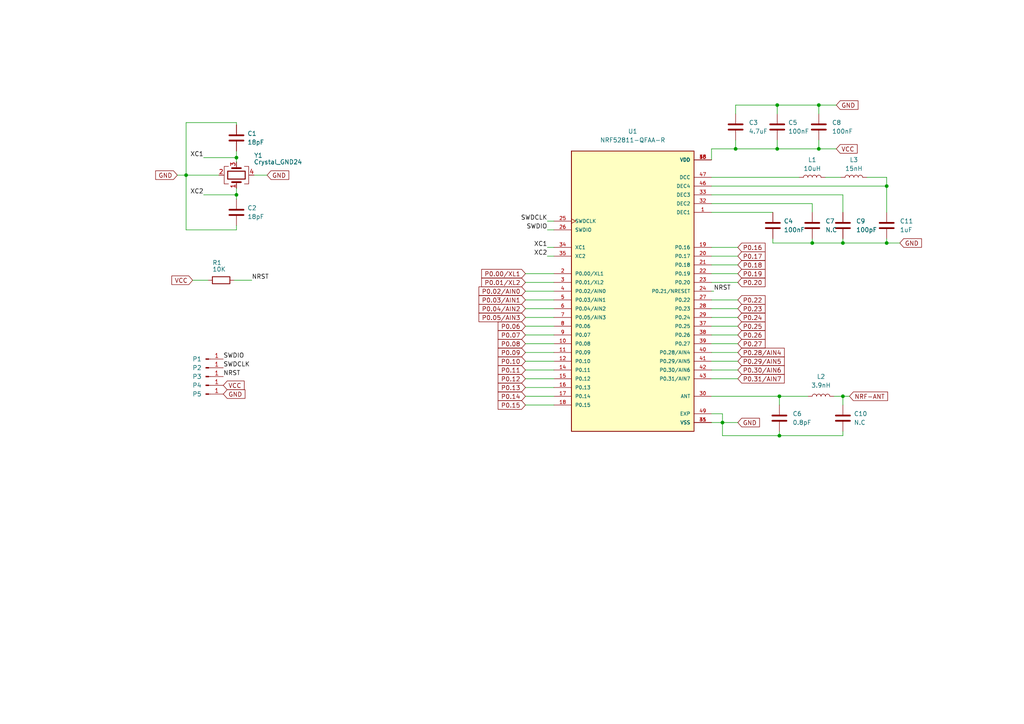
<source format=kicad_sch>
(kicad_sch (version 20211123) (generator eeschema)
  (paper "A4")
  (lib_symbols
    (symbol "Connector:Conn_01x01_Male" (pin_names (offset 1.016) hide)
      (property "Reference" "J" (at 0 2.54 0))
      (property "Value" "Conn_01x01_Male" (at 0 -2.54 0))
      (symbol "Conn_01x01_Male_1_1"
        (polyline (pts (xy 1.27 0) (xy 0.8636 0)) (stroke (width 0.1524)))
        (rectangle (start 0.8636 0.127) (end 0 -0.127) (stroke (width 0.1524)) (fill (type outline)))
        (pin passive line (at 5.08 0 180) (length 3.81) (name "Pin_1") (number "1"))
      )
    )
    (symbol "Device:C" (pin_numbers hide) (pin_names (offset 0.254))
      (property "Reference" "C" (at 0.635 2.54 0))
      (property "Value" "C" (at 0.635 -2.54 0))
      (symbol "C_0_1"
        (polyline (pts (xy -2.032 -0.762) (xy 2.032 -0.762)) (stroke (width 0.508)))
        (polyline (pts (xy -2.032 0.762) (xy 2.032 0.762)) (stroke (width 0.508)))
      )
      (symbol "C_1_1"
        (pin passive line (at 0 3.81 270) (length 2.794) (name "~") (number "1"))
        (pin passive line (at 0 -3.81 90) (length 2.794) (name "~") (number "2"))
      )
    )
    (symbol "Device:Crystal_GND24" (pin_names (offset 1.016) hide)
      (property "Reference" "Y" (at 3.175 5.08 0))
      (property "Value" "Crystal_GND24" (at 3.175 3.175 0))
      (symbol "Crystal_GND24_0_1"
        (rectangle (start -1.143 2.54) (end 1.143 -2.54) (stroke (width 0.3048)))
        (polyline (pts (xy -2.54 0) (xy -2.032 0)))
        (polyline (pts (xy -2.032 -1.27) (xy -2.032 1.27)) (stroke (width 0.508)))
        (polyline (pts (xy 0 -3.81) (xy 0 -3.556)))
        (polyline (pts (xy 0 3.556) (xy 0 3.81)))
        (polyline (pts (xy 2.032 -1.27) (xy 2.032 1.27)) (stroke (width 0.508)))
        (polyline (pts (xy 2.032 0) (xy 2.54 0)))
        (polyline (pts (xy -2.54 -2.286) (xy -2.54 -3.556) (xy 2.54 -3.556) (xy 2.54 -2.286)))
        (polyline (pts (xy -2.54 2.286) (xy -2.54 3.556) (xy 2.54 3.556) (xy 2.54 2.286)))
      )
      (symbol "Crystal_GND24_1_1"
        (pin passive line (at -3.81 0 0) (length 1.27) (name "1") (number "1"))
        (pin passive line (at 0 5.08 270) (length 1.27) (name "2") (number "2"))
        (pin passive line (at 3.81 0 180) (length 1.27) (name "3") (number "3"))
        (pin passive line (at 0 -5.08 90) (length 1.27) (name "4") (number "4"))
      )
    )
    (symbol "Device:L" (pin_numbers hide) (pin_names (offset 1.016) hide)
      (property "Reference" "L" (at -1.27 0 90))
      (property "Value" "L" (at 1.905 0 90))
      (symbol "L_0_1"
        (arc (start 0 -2.54) (mid 0.635 -1.905) (end 0 -1.27))
        (arc (start 0 -1.27) (mid 0.635 -0.635) (end 0 0))
        (arc (start 0 0) (mid 0.635 0.635) (end 0 1.27))
        (arc (start 0 1.27) (mid 0.635 1.905) (end 0 2.54))
      )
      (symbol "L_1_1"
        (pin passive line (at 0 3.81 270) (length 1.27) (name "1") (number "1"))
        (pin passive line (at 0 -3.81 90) (length 1.27) (name "2") (number "2"))
      )
    )
    (symbol "Device:R" (pin_numbers hide) (pin_names (offset 0))
      (property "Reference" "R" (at 2.032 0 90))
      (property "Value" "R" (at 0 0 90))
      (symbol "R_0_1"
        (rectangle (start -1.016 -2.54) (end 1.016 2.54) (stroke (width 0.254)))
      )
      (symbol "R_1_1"
        (pin passive line (at 0 3.81 270) (length 1.27) (name "~") (number "1"))
        (pin passive line (at 0 -3.81 90) (length 1.27) (name "~") (number "2"))
      )
    )
    (symbol "NRF52811-QFAA-R:NRF52811-QFAA-R" (pin_names (offset 1.016))
      (property "Reference" "U" (at -17.78 41.91 0))
      (property "Value" "NRF52811-QFAA-R" (at -17.78 -41.91 0))
      (symbol "NRF52811-QFAA-R_0_0"
        (rectangle (start -17.78 -40.64) (end 17.78 40.64) (stroke (width 0.254)) (fill (type background)))
        (pin power_in line (at 22.86 22.86 180) (length 5.08) (name "DEC1") (number "1"))
        (pin bidirectional line (at -22.86 -15.24 0) (length 5.08) (name "P0.08") (number "10"))
        (pin bidirectional line (at -22.86 -17.78 0) (length 5.08) (name "P0.09") (number "11"))
        (pin bidirectional line (at -22.86 -20.32 0) (length 5.08) (name "P0.10") (number "12"))
        (pin power_in line (at 22.86 38.1 180) (length 5.08) (name "VDD") (number "13"))
        (pin bidirectional line (at -22.86 -22.86 0) (length 5.08) (name "P0.11") (number "14"))
        (pin bidirectional line (at -22.86 -25.4 0) (length 5.08) (name "P0.12") (number "15"))
        (pin bidirectional line (at -22.86 -27.94 0) (length 5.08) (name "P0.13") (number "16"))
        (pin bidirectional line (at -22.86 -30.48 0) (length 5.08) (name "P0.14") (number "17"))
        (pin bidirectional line (at -22.86 -33.02 0) (length 5.08) (name "P0.15") (number "18"))
        (pin bidirectional line (at 22.86 12.7 180) (length 5.08) (name "P0.16") (number "19"))
        (pin bidirectional line (at -22.86 5.08 0) (length 5.08) (name "P0.00/XL1") (number "2"))
        (pin bidirectional line (at 22.86 10.16 180) (length 5.08) (name "P0.17") (number "20"))
        (pin bidirectional line (at 22.86 7.62 180) (length 5.08) (name "P0.18") (number "21"))
        (pin bidirectional line (at 22.86 5.08 180) (length 5.08) (name "P0.19") (number "22"))
        (pin bidirectional line (at 22.86 2.54 180) (length 5.08) (name "P0.20") (number "23"))
        (pin bidirectional line (at 22.86 0 180) (length 5.08) (name "P0.21/NRESET") (number "24"))
        (pin input clock (at -22.86 20.32 0) (length 5.08) (name "SWDCLK") (number "25"))
        (pin bidirectional line (at -22.86 17.78 0) (length 5.08) (name "SWDIO") (number "26"))
        (pin bidirectional line (at 22.86 -2.54 180) (length 5.08) (name "P0.22") (number "27"))
        (pin bidirectional line (at 22.86 -5.08 180) (length 5.08) (name "P0.23") (number "28"))
        (pin bidirectional line (at 22.86 -7.62 180) (length 5.08) (name "P0.24") (number "29"))
        (pin bidirectional line (at -22.86 2.54 0) (length 5.08) (name "P0.01/XL2") (number "3"))
        (pin passive line (at 22.86 -30.48 180) (length 5.08) (name "ANT") (number "30"))
        (pin power_in line (at 22.86 -38.1 180) (length 5.08) (name "VSS") (number "31"))
        (pin power_in line (at 22.86 25.4 180) (length 5.08) (name "DEC2") (number "32"))
        (pin power_in line (at 22.86 27.94 180) (length 5.08) (name "DEC3") (number "33"))
        (pin input line (at -22.86 12.7 0) (length 5.08) (name "XC1") (number "34"))
        (pin input line (at -22.86 10.16 0) (length 5.08) (name "XC2") (number "35"))
        (pin power_in line (at 22.86 38.1 180) (length 5.08) (name "VDD") (number "36"))
        (pin bidirectional line (at 22.86 -10.16 180) (length 5.08) (name "P0.25") (number "37"))
        (pin bidirectional line (at 22.86 -12.7 180) (length 5.08) (name "P0.26") (number "38"))
        (pin bidirectional line (at 22.86 -15.24 180) (length 5.08) (name "P0.27") (number "39"))
        (pin bidirectional line (at -22.86 0 0) (length 5.08) (name "P0.02/AIN0") (number "4"))
        (pin bidirectional line (at 22.86 -17.78 180) (length 5.08) (name "P0.28/AIN4") (number "40"))
        (pin bidirectional line (at 22.86 -20.32 180) (length 5.08) (name "P0.29/AIN5") (number "41"))
        (pin bidirectional line (at 22.86 -22.86 180) (length 5.08) (name "P0.30/AIN6") (number "42"))
        (pin bidirectional line (at 22.86 -25.4 180) (length 5.08) (name "P0.31/AIN7") (number "43"))
        (pin power_in line (at 22.86 -38.1 180) (length 5.08) (name "VSS") (number "45"))
        (pin power_in line (at 22.86 30.48 180) (length 5.08) (name "DEC4") (number "46"))
        (pin power_in line (at 22.86 33.02 180) (length 5.08) (name "DCC") (number "47"))
        (pin power_in line (at 22.86 38.1 180) (length 5.08) (name "VDD") (number "48"))
        (pin passive line (at 22.86 -35.56 180) (length 5.08) (name "EXP") (number "49"))
        (pin bidirectional line (at -22.86 -2.54 0) (length 5.08) (name "P0.03/AIN1") (number "5"))
        (pin bidirectional line (at -22.86 -5.08 0) (length 5.08) (name "P0.04/AIN2") (number "6"))
        (pin bidirectional line (at -22.86 -7.62 0) (length 5.08) (name "P0.05/AIN3") (number "7"))
        (pin bidirectional line (at -22.86 -10.16 0) (length 5.08) (name "P0.06") (number "8"))
        (pin bidirectional line (at -22.86 -12.7 0) (length 5.08) (name "P0.07") (number "9"))
      )
    )
  )
  (junction (at 237.49 30.48))
  (junction (at 237.49 43.18))
  (junction (at 225.425 43.18))
  (junction (at 225.425 30.48))
  (junction (at 209.55 122.555))
  (junction (at 53.975 50.8))
  (junction (at 244.475 70.485))
  (junction (at 226.06 126.365))
  (junction (at 244.475 114.935))
  (junction (at 213.36 43.18))
  (junction (at 68.58 56.515))
  (junction (at 257.175 53.975))
  (junction (at 257.175 70.485))
  (junction (at 68.58 45.72))
  (junction (at 226.06 114.935))
  (junction (at 235.585 70.485))
  (wire (pts (xy 226.06 126.365) (xy 244.475 126.365)))
  (wire (pts (xy 59.055 56.515) (xy 68.58 56.515)))
  (wire (pts (xy 237.49 43.18) (xy 237.49 40.64)))
  (wire (pts (xy 213.36 40.64) (xy 213.36 43.18)))
  (wire (pts (xy 53.975 50.8) (xy 63.5 50.8)))
  (wire (pts (xy 68.58 54.61) (xy 68.58 56.515)))
  (wire (pts (xy 152.4 99.695) (xy 160.655 99.695)))
  (wire (pts (xy 152.4 117.475) (xy 160.655 117.475)))
  (wire (pts (xy 237.49 30.48) (xy 242.57 30.48)))
  (wire (pts (xy 152.4 84.455) (xy 160.655 84.455)))
  (wire (pts (xy 244.475 56.515) (xy 244.475 61.595)))
  (wire (pts (xy 209.55 122.555) (xy 209.55 126.365)))
  (wire (pts (xy 152.4 112.395) (xy 160.655 112.395)))
  (wire (pts (xy 73.025 81.28) (xy 67.945 81.28)))
  (wire (pts (xy 68.58 56.515) (xy 68.58 57.785)))
  (wire (pts (xy 213.995 104.775) (xy 206.375 104.775)))
  (wire (pts (xy 206.375 59.055) (xy 235.585 59.055)))
  (wire (pts (xy 226.06 126.365) (xy 209.55 126.365)))
  (wire (pts (xy 224.155 70.485) (xy 235.585 70.485)))
  (wire (pts (xy 68.58 36.195) (xy 68.58 35.56)))
  (wire (pts (xy 213.995 97.155) (xy 206.375 97.155)))
  (wire (pts (xy 206.375 43.18) (xy 213.36 43.18)))
  (wire (pts (xy 152.4 94.615) (xy 160.655 94.615)))
  (wire (pts (xy 53.975 35.56) (xy 68.58 35.56)))
  (wire (pts (xy 152.4 86.995) (xy 160.655 86.995)))
  (wire (pts (xy 209.55 122.555) (xy 213.995 122.555)))
  (wire (pts (xy 53.975 66.675) (xy 68.58 66.675)))
  (wire (pts (xy 68.58 45.72) (xy 68.58 46.99)))
  (wire (pts (xy 206.375 53.975) (xy 257.175 53.975)))
  (wire (pts (xy 224.155 69.215) (xy 224.155 70.485)))
  (wire (pts (xy 213.995 109.855) (xy 206.375 109.855)))
  (wire (pts (xy 226.06 114.935) (xy 234.315 114.935)))
  (wire (pts (xy 257.175 70.485) (xy 257.175 69.215)))
  (wire (pts (xy 213.995 92.075) (xy 206.375 92.075)))
  (wire (pts (xy 207.01 84.455) (xy 206.375 84.455)))
  (wire (pts (xy 152.4 114.935) (xy 160.655 114.935)))
  (wire (pts (xy 213.995 71.755) (xy 206.375 71.755)))
  (wire (pts (xy 152.4 81.915) (xy 160.655 81.915)))
  (wire (pts (xy 68.58 43.815) (xy 68.58 45.72)))
  (wire (pts (xy 251.46 51.435) (xy 257.175 51.435)))
  (wire (pts (xy 225.425 43.18) (xy 237.49 43.18)))
  (wire (pts (xy 213.36 30.48) (xy 213.36 33.02)))
  (wire (pts (xy 59.055 45.72) (xy 68.58 45.72)))
  (wire (pts (xy 244.475 114.935) (xy 246.38 114.935)))
  (wire (pts (xy 235.585 70.485) (xy 244.475 70.485)))
  (wire (pts (xy 213.995 81.915) (xy 206.375 81.915)))
  (wire (pts (xy 237.49 30.48) (xy 225.425 30.48)))
  (wire (pts (xy 213.995 79.375) (xy 206.375 79.375)))
  (wire (pts (xy 225.425 40.64) (xy 225.425 43.18)))
  (wire (pts (xy 152.4 89.535) (xy 160.655 89.535)))
  (wire (pts (xy 152.4 79.375) (xy 160.655 79.375)))
  (wire (pts (xy 244.475 126.365) (xy 244.475 125.095)))
  (wire (pts (xy 213.995 99.695) (xy 206.375 99.695)))
  (wire (pts (xy 237.49 43.18) (xy 242.57 43.18)))
  (wire (pts (xy 152.4 104.775) (xy 160.655 104.775)))
  (wire (pts (xy 213.995 94.615) (xy 206.375 94.615)))
  (wire (pts (xy 226.06 117.475) (xy 226.06 114.935)))
  (wire (pts (xy 213.995 107.315) (xy 206.375 107.315)))
  (wire (pts (xy 257.175 70.485) (xy 260.985 70.485)))
  (wire (pts (xy 206.375 61.595) (xy 224.155 61.595)))
  (wire (pts (xy 209.55 120.015) (xy 209.55 122.555)))
  (wire (pts (xy 235.585 69.215) (xy 235.585 70.485)))
  (wire (pts (xy 225.425 30.48) (xy 213.36 30.48)))
  (wire (pts (xy 239.395 51.435) (xy 243.84 51.435)))
  (wire (pts (xy 213.995 89.535) (xy 206.375 89.535)))
  (wire (pts (xy 158.75 64.135) (xy 160.655 64.135)))
  (wire (pts (xy 244.475 70.485) (xy 257.175 70.485)))
  (wire (pts (xy 244.475 69.215) (xy 244.475 70.485)))
  (wire (pts (xy 213.995 102.235) (xy 206.375 102.235)))
  (wire (pts (xy 152.4 102.235) (xy 160.655 102.235)))
  (wire (pts (xy 73.66 50.8) (xy 77.47 50.8)))
  (wire (pts (xy 206.375 120.015) (xy 209.55 120.015)))
  (wire (pts (xy 68.58 65.405) (xy 68.58 66.675)))
  (wire (pts (xy 152.4 97.155) (xy 160.655 97.155)))
  (wire (pts (xy 158.75 71.755) (xy 160.655 71.755)))
  (wire (pts (xy 225.425 30.48) (xy 225.425 33.02)))
  (wire (pts (xy 257.175 51.435) (xy 257.175 53.975)))
  (wire (pts (xy 206.375 51.435) (xy 231.775 51.435)))
  (wire (pts (xy 152.4 107.315) (xy 160.655 107.315)))
  (wire (pts (xy 206.375 43.18) (xy 206.375 46.355)))
  (wire (pts (xy 213.995 74.295) (xy 206.375 74.295)))
  (wire (pts (xy 237.49 30.48) (xy 237.49 33.02)))
  (wire (pts (xy 152.4 109.855) (xy 160.655 109.855)))
  (wire (pts (xy 53.975 66.675) (xy 53.975 50.8)))
  (wire (pts (xy 206.375 114.935) (xy 226.06 114.935)))
  (wire (pts (xy 55.88 81.28) (xy 60.325 81.28)))
  (wire (pts (xy 244.475 114.935) (xy 244.475 117.475)))
  (wire (pts (xy 152.4 92.075) (xy 160.655 92.075)))
  (wire (pts (xy 213.995 86.995) (xy 206.375 86.995)))
  (wire (pts (xy 209.55 122.555) (xy 206.375 122.555)))
  (wire (pts (xy 53.975 50.8) (xy 53.975 35.56)))
  (wire (pts (xy 158.75 66.675) (xy 160.655 66.675)))
  (wire (pts (xy 51.435 50.8) (xy 53.975 50.8)))
  (wire (pts (xy 235.585 59.055) (xy 235.585 61.595)))
  (wire (pts (xy 226.06 125.095) (xy 226.06 126.365)))
  (wire (pts (xy 206.375 56.515) (xy 244.475 56.515)))
  (wire (pts (xy 241.935 114.935) (xy 244.475 114.935)))
  (wire (pts (xy 257.175 53.975) (xy 257.175 61.595)))
  (wire (pts (xy 213.995 76.835) (xy 206.375 76.835)))
  (wire (pts (xy 158.75 74.295) (xy 160.655 74.295)))
  (wire (pts (xy 213.36 43.18) (xy 225.425 43.18)))
  (label "XC2" (at 158.75 74.295 180))
  (label "SWDIO" (at 64.77 104.14 0))
  (label "XC1" (at 158.75 71.755 180))
  (label "NRST" (at 64.77 109.22 0))
  (label "SWDIO" (at 158.75 66.675 180))
  (label "XC1" (at 59.055 45.72 180))
  (label "XC2" (at 59.055 56.515 180))
  (label "NRST" (at 73.025 81.28 0))
  (label "NRST" (at 207.01 84.455 0))
  (label "SWDCLK" (at 158.75 64.135 180))
  (label "SWDCLK" (at 64.77 106.68 0))
  (global_label "P0.22" (shape input) (at 213.995 86.995 0) (property "Intersheet References" "${INTERSHEET_REFS}" (effects hide)))
  (global_label "P0.12" (shape input) (at 152.4 109.855 180) (property "Intersheet References" "${INTERSHEET_REFS}" (effects hide)))
  (global_label "P0.24" (shape input) (at 213.995 92.075 0) (property "Intersheet References" "${INTERSHEET_REFS}" (effects hide)))
  (global_label "P0.29{slash}AIN5" (shape input) (at 213.995 104.775 0) (property "Intersheet References" "${INTERSHEET_REFS}" (effects hide)))
  (global_label "P0.11" (shape input) (at 152.4 107.315 180) (property "Intersheet References" "${INTERSHEET_REFS}" (effects hide)))
  (global_label "GND" (shape input) (at 77.47 50.8 0) (property "Intersheet References" "${INTERSHEET_REFS}" (effects hide)))
  (global_label "P0.02{slash}AIN0" (shape input) (at 152.4 84.455 180) (property "Intersheet References" "${INTERSHEET_REFS}" (effects hide)))
  (global_label "P0.04{slash}AIN2" (shape input) (at 152.4 89.535 180) (property "Intersheet References" "${INTERSHEET_REFS}" (effects hide)))
  (global_label "P0.00{slash}XL1" (shape input) (at 152.4 79.375 180) (property "Intersheet References" "${INTERSHEET_REFS}" (effects hide)))
  (global_label "P0.13" (shape input) (at 152.4 112.395 180) (property "Intersheet References" "${INTERSHEET_REFS}" (effects hide)))
  (global_label "P0.15" (shape input) (at 152.4 117.475 180) (property "Intersheet References" "${INTERSHEET_REFS}" (effects hide)))
  (global_label "P0.27" (shape input) (at 213.995 99.695 0) (property "Intersheet References" "${INTERSHEET_REFS}" (effects hide)))
  (global_label "GND" (shape input) (at 242.57 30.48 0) (property "Intersheet References" "${INTERSHEET_REFS}" (effects hide)))
  (global_label "P0.05{slash}AIN3" (shape input) (at 152.4 92.075 180) (property "Intersheet References" "${INTERSHEET_REFS}" (effects hide)))
  (global_label "P0.06" (shape input) (at 152.4 94.615 180) (property "Intersheet References" "${INTERSHEET_REFS}" (effects hide)))
  (global_label "P0.17" (shape input) (at 213.995 74.295 0) (property "Intersheet References" "${INTERSHEET_REFS}" (effects hide)))
  (global_label "GND" (shape input) (at 64.77 114.3 0) (property "Intersheet References" "${INTERSHEET_REFS}" (effects hide)))
  (global_label "VCC" (shape input) (at 242.57 43.18 0) (property "Intersheet References" "${INTERSHEET_REFS}" (effects hide)))
  (global_label "P0.30{slash}AIN6" (shape input) (at 213.995 107.315 0) (property "Intersheet References" "${INTERSHEET_REFS}" (effects hide)))
  (global_label "P0.08" (shape input) (at 152.4 99.695 180) (property "Intersheet References" "${INTERSHEET_REFS}" (effects hide)))
  (global_label "P0.28{slash}AIN4" (shape input) (at 213.995 102.235 0) (property "Intersheet References" "${INTERSHEET_REFS}" (effects hide)))
  (global_label "P0.10" (shape input) (at 152.4 104.775 180) (property "Intersheet References" "${INTERSHEET_REFS}" (effects hide)))
  (global_label "P0.16" (shape input) (at 213.995 71.755 0) (property "Intersheet References" "${INTERSHEET_REFS}" (effects hide)))
  (global_label "P0.18" (shape input) (at 213.995 76.835 0) (property "Intersheet References" "${INTERSHEET_REFS}" (effects hide)))
  (global_label "P0.26" (shape input) (at 213.995 97.155 0) (property "Intersheet References" "${INTERSHEET_REFS}" (effects hide)))
  (global_label "P0.23" (shape input) (at 213.995 89.535 0) (property "Intersheet References" "${INTERSHEET_REFS}" (effects hide)))
  (global_label "GND" (shape input) (at 51.435 50.8 180) (property "Intersheet References" "${INTERSHEET_REFS}" (effects hide)))
  (global_label "P0.19" (shape input) (at 213.995 79.375 0) (property "Intersheet References" "${INTERSHEET_REFS}" (effects hide)))
  (global_label "GND" (shape input) (at 260.985 70.485 0) (property "Intersheet References" "${INTERSHEET_REFS}" (effects hide)))
  (global_label "P0.07" (shape input) (at 152.4 97.155 180) (property "Intersheet References" "${INTERSHEET_REFS}" (effects hide)))
  (global_label "P0.20" (shape input) (at 213.995 81.915 0) (property "Intersheet References" "${INTERSHEET_REFS}" (effects hide)))
  (global_label "P0.31{slash}AIN7" (shape input) (at 213.995 109.855 0) (property "Intersheet References" "${INTERSHEET_REFS}" (effects hide)))
  (global_label "P0.03{slash}AIN1" (shape input) (at 152.4 86.995 180) (property "Intersheet References" "${INTERSHEET_REFS}" (effects hide)))
  (global_label "P0.14" (shape input) (at 152.4 114.935 180) (property "Intersheet References" "${INTERSHEET_REFS}" (effects hide)))
  (global_label "P0.09" (shape input) (at 152.4 102.235 180) (property "Intersheet References" "${INTERSHEET_REFS}" (effects hide)))
  (global_label "VCC" (shape input) (at 55.88 81.28 180) (property "Intersheet References" "${INTERSHEET_REFS}" (effects hide)))
  (global_label "VCC" (shape input) (at 64.77 111.76 0) (property "Intersheet References" "${INTERSHEET_REFS}" (effects hide)))
  (global_label "P0.25" (shape input) (at 213.995 94.615 0) (property "Intersheet References" "${INTERSHEET_REFS}" (effects hide)))
  (global_label "P0.01{slash}XL2" (shape input) (at 152.4 81.915 180) (property "Intersheet References" "${INTERSHEET_REFS}" (effects hide)))
  (global_label "GND" (shape input) (at 213.995 122.555 0) (property "Intersheet References" "${INTERSHEET_REFS}" (effects hide)))
  (global_label "NRF-ANT" (shape input) (at 246.38 114.935 0) (property "Intersheet References" "${INTERSHEET_REFS}" (effects hide)))
  (symbol (lib_id "Device:C") (at 244.475 65.405 0) (unit 1)
    (property "Reference" "C9" (at 248.285 64.1349 0) (effects (justify left)))
    (property "Value" "100pF" (at 248.285 66.6749 0) (effects (justify left)))
    (property "Footprint" "Capacitor_SMD:C_0603_1608Metric" (effects hide))
  )
  (symbol (lib_id "Device:C") (at 237.49 36.83 0) (unit 1)
    (property "Reference" "C8" (at 241.3 35.5599 0) (effects (justify left)))
    (property "Value" "100nF" (at 241.3 38.0999 0) (effects (justify left)))
    (property "Footprint" "Capacitor_SMD:C_0603_1608Metric" (effects hide))
  )
  (symbol (lib_id "Connector:Conn_01x01_Male") (at 59.69 111.76 0) (unit 1)
    (property "Reference" "P4" (at 57.15 111.76 0))
    (property "Value" "Conn_01x01_Male" (effects hide))
    (property "Footprint" "TestPoint:TestPoint_Pad_D2.0mm" (effects hide))
  )
  (symbol (lib_id "Device:C") (at 235.585 65.405 0) (unit 1)
    (property "Reference" "C7" (at 239.395 64.1349 0) (effects (justify left)))
    (property "Value" "N.C" (at 239.395 66.6749 0) (effects (justify left)))
    (property "Footprint" "Capacitor_SMD:C_0603_1608Metric" (effects hide))
  )
  (symbol (lib_id "NRF52811-QFAA-R:NRF52811-QFAA-R") (at 183.515 84.455 0) (unit 1)
    (property "Reference" "U1" (at 183.515 38.1 0))
    (property "Value" "NRF52811-QFAA-R" (at 183.515 40.64 0))
    (property "Footprint" "footprints:QFN40P600X600X90-49N" (effects hide))
    (property "STANDARD" "IPC-7351B" (effects hide))
    (property "PARTREV" "1.0" (effects hide))
    (property "MANUFACTURER" "Nordic" (effects hide))
    (property "MAXIMUM_PACKAGE_HEIGHT" "0.90mm" (effects hide))
  )
  (symbol (lib_id "Device:L") (at 247.65 51.435 90) (unit 1)
    (property "Reference" "L3" (at 247.65 46.355 90))
    (property "Value" "15nH" (at 247.65 48.895 90))
    (property "Footprint" "Inductor_SMD:L_0805_2012Metric" (effects hide))
  )
  (symbol (lib_id "Device:C") (at 224.155 65.405 0) (unit 1)
    (property "Reference" "C4" (at 227.33 64.1349 0) (effects (justify left)))
    (property "Value" "100nF" (at 227.33 66.6749 0) (effects (justify left)))
    (property "Footprint" "Capacitor_SMD:C_0603_1608Metric" (effects hide))
  )
  (symbol (lib_id "Connector:Conn_01x01_Male") (at 59.69 109.22 0) (unit 1)
    (property "Reference" "P3" (at 57.15 109.22 0))
    (property "Value" "Conn_01x01_Male" (effects hide))
    (property "Footprint" "TestPoint:TestPoint_Pad_D2.0mm" (effects hide))
  )
  (symbol (lib_id "Device:R") (at 64.135 81.28 270) (unit 1)
    (property "Reference" "R1" (at 61.595 76.2 90) (effects (justify left)))
    (property "Value" "10K" (at 61.595 78.105 90) (effects (justify left)))
    (property "Footprint" "Resistor_SMD:R_0603_1608Metric" (effects hide))
  )
  (symbol (lib_id "Connector:Conn_01x01_Male") (at 59.69 106.68 0) (unit 1)
    (property "Reference" "P2" (at 57.15 106.68 0))
    (property "Value" "Conn_01x01_Male" (effects hide))
    (property "Footprint" "TestPoint:TestPoint_Pad_D2.0mm" (effects hide))
  )
  (symbol (lib_id "Device:C") (at 244.475 121.285 0) (unit 1)
    (property "Reference" "C10" (at 247.65 120.0149 0) (effects (justify left)))
    (property "Value" "N.C" (at 247.65 122.5549 0) (effects (justify left)))
    (property "Footprint" "Capacitor_SMD:C_0603_1608Metric" (effects hide))
  )
  (symbol (lib_id "Device:L") (at 235.585 51.435 90) (unit 1)
    (property "Reference" "L1" (at 235.585 46.355 90))
    (property "Value" "10uH" (at 235.585 48.895 90))
    (property "Footprint" "Inductor_SMD:L_0805_2012Metric" (effects hide))
  )
  (symbol (lib_id "Connector:Conn_01x01_Male") (at 59.69 104.14 0) (unit 1)
    (property "Reference" "P1" (at 57.15 104.14 0))
    (property "Value" "Conn_01x01_Male" (effects hide))
    (property "Footprint" "TestPoint:TestPoint_Pad_D2.0mm" (effects hide))
  )
  (symbol (lib_id "Device:Crystal_GND24") (at 68.58 50.8 90) (unit 1)
    (property "Reference" "Y1" (at 74.93 45.085 90))
    (property "Value" "Crystal_GND24" (at 80.645 46.99 90))
    (property "Footprint" "Crystal:Crystal_SMD_3225-4Pin_3.2x2.5mm" (effects hide))
  )
  (symbol (lib_id "Device:C") (at 68.58 40.005 180) (unit 1)
    (property "Reference" "C1" (at 71.755 38.7349 0) (effects (justify right)))
    (property "Value" "18pF" (at 71.755 41.2749 0) (effects (justify right)))
    (property "Footprint" "Capacitor_SMD:C_0603_1608Metric" (effects hide))
  )
  (symbol (lib_id "Device:C") (at 68.58 61.595 180) (unit 1)
    (property "Reference" "C2" (at 71.755 60.3249 0) (effects (justify right)))
    (property "Value" "18pF" (at 71.755 62.8649 0) (effects (justify right)))
    (property "Footprint" "Capacitor_SMD:C_0603_1608Metric" (effects hide))
  )
  (symbol (lib_id "Connector:Conn_01x01_Male") (at 59.69 114.3 0) (unit 1)
    (property "Reference" "P5" (at 57.15 114.3 0))
    (property "Value" "Conn_01x01_Male" (effects hide))
    (property "Footprint" "TestPoint:TestPoint_Pad_D2.0mm" (effects hide))
  )
  (symbol (lib_id "Device:C") (at 257.175 65.405 0) (unit 1)
    (property "Reference" "C11" (at 260.985 64.1349 0) (effects (justify left)))
    (property "Value" "1uF" (at 260.985 66.6749 0) (effects (justify left)))
    (property "Footprint" "Capacitor_SMD:C_0603_1608Metric" (effects hide))
  )
  (symbol (lib_id "Device:C") (at 226.06 121.285 0) (unit 1)
    (property "Reference" "C6" (at 229.87 120.0149 0) (effects (justify left)))
    (property "Value" "0.8pF" (at 229.87 122.5549 0) (effects (justify left)))
    (property "Footprint" "Capacitor_SMD:C_0603_1608Metric" (effects hide))
  )
  (symbol (lib_id "Device:L") (at 238.125 114.935 90) (unit 1)
    (property "Reference" "L2" (at 238.125 109.22 90))
    (property "Value" "3.9nH" (at 238.125 111.76 90))
    (property "Footprint" "Inductor_SMD:L_0805_2012Metric" (effects hide))
  )
  (symbol (lib_id "Device:C") (at 213.36 36.83 0) (unit 1)
    (property "Reference" "C3" (at 217.17 35.5599 0) (effects (justify left)))
    (property "Value" "4.7uF" (at 217.17 38.0999 0) (effects (justify left)))
    (property "Footprint" "Capacitor_SMD:C_0603_1608Metric" (effects hide))
  )
  (symbol (lib_id "Device:C") (at 225.425 36.83 0) (unit 1)
    (property "Reference" "C5" (at 228.6 35.5599 0) (effects (justify left)))
    (property "Value" "100nF" (at 228.6 38.0999 0) (effects (justify left)))
    (property "Footprint" "Capacitor_SMD:C_0603_1608Metric" (effects hide))
  )
)
</source>
